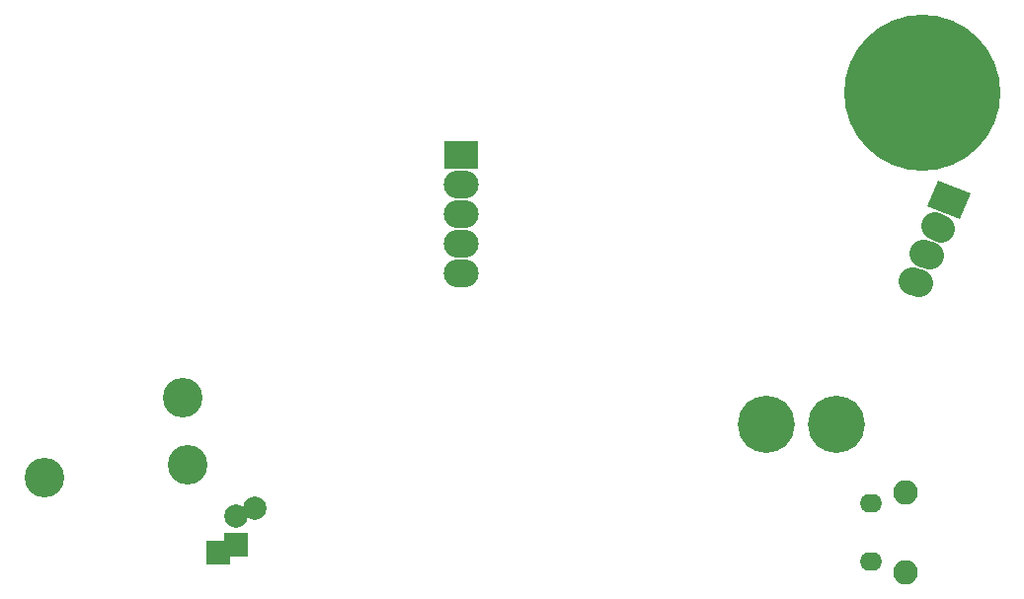
<source format=gbs>
G04 #@! TF.FileFunction,Soldermask,Bot*
%FSLAX46Y46*%
G04 Gerber Fmt 4.6, Leading zero omitted, Abs format (unit mm)*
G04 Created by KiCad (PCBNEW 4.0.7-e2-6376~58~ubuntu16.04.1) date Fri Apr 20 01:19:44 2018*
%MOMM*%
%LPD*%
G01*
G04 APERTURE LIST*
%ADD10C,0.100000*%
%ADD11C,2.400000*%
%ADD12R,2.000000X2.000000*%
%ADD13C,2.000000*%
%ADD14C,4.900000*%
%ADD15O,1.900000X1.600000*%
%ADD16O,2.100000X2.100000*%
%ADD17C,13.400000*%
%ADD18R,3.000000X2.400000*%
%ADD19O,3.000000X2.400000*%
%ADD20C,3.400000*%
G04 APERTURE END LIST*
D10*
G36*
X176068752Y-48395469D02*
X178850304Y-49519289D01*
X177951248Y-51744531D01*
X175169696Y-50620711D01*
X176068752Y-48395469D01*
X176068752Y-48395469D01*
G37*
D11*
X176336654Y-52537429D02*
X175780344Y-52312665D01*
X175385154Y-54892476D02*
X174828844Y-54667712D01*
X174433653Y-57247523D02*
X173877343Y-57022759D01*
D12*
X115900000Y-79680000D03*
D13*
X115900000Y-77180000D03*
D12*
X114300000Y-80350937D03*
D13*
X117500000Y-76509063D03*
D14*
X167330000Y-69340000D03*
X161330000Y-69340000D03*
D15*
X170290000Y-81120000D03*
X170290000Y-76080000D03*
D16*
X173290000Y-82050000D03*
X173290000Y-75150000D03*
D17*
X174680000Y-40850000D03*
D18*
X135128000Y-46228000D03*
D19*
X135128000Y-48768000D03*
X135128000Y-51308000D03*
X135128000Y-53848000D03*
X135128000Y-56388000D03*
D20*
X99420515Y-73880000D03*
X111285064Y-67030000D03*
X111720000Y-72783332D03*
M02*

</source>
